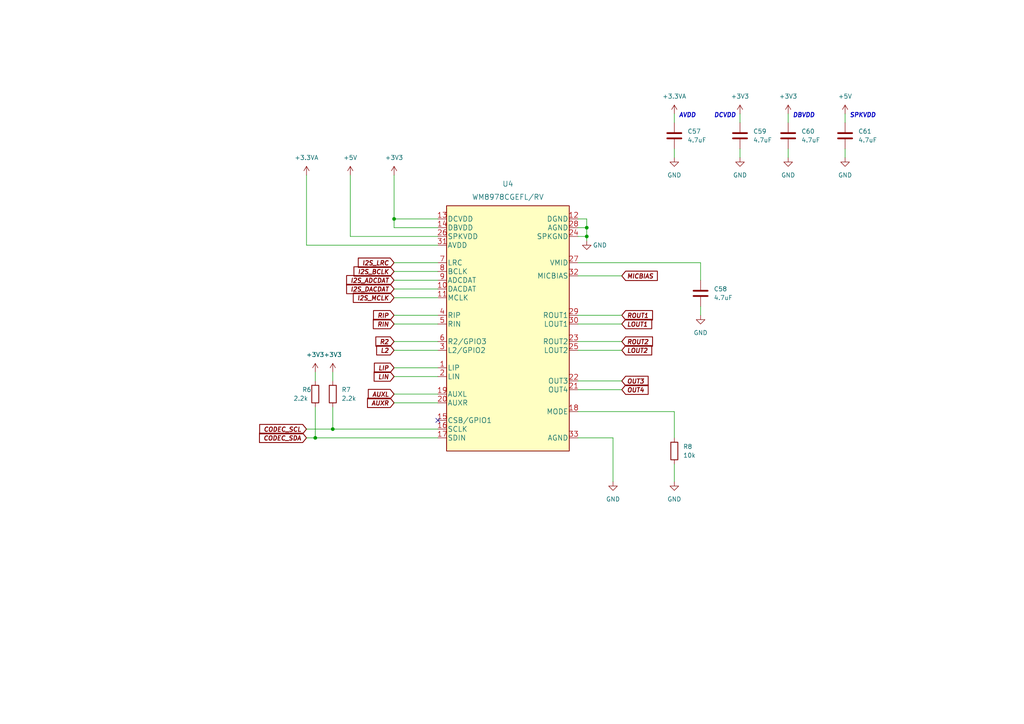
<source format=kicad_sch>
(kicad_sch (version 20211123) (generator eeschema)
  (paper "A4")
  (lib_symbols
    (symbol "MIMXRT1064 MCU Module:0402WGF1002TCE" (pin_numbers hide) (pin_names (offset 0))
      (property "Reference" "R" (at 2.032 0 90))
      (property "Value" "0402WGF1002TCE" (at 0 0 90))
      (symbol "0402WGF1002TCE_0_1"
        (rectangle (start -1.016 -2.54) (end 1.016 2.54) (stroke (width 0.254)))
      )
      (symbol "0402WGF1002TCE_1_1"
        (pin passive line (at 0 3.81 270) (length 1.27) (name "~") (number "1"))
        (pin passive line (at 0 -3.81 90) (length 1.27) (name "~") (number "2"))
      )
    )
    (symbol "MIMXRT1064 MCU Module:0402WGF2201TCE" (pin_numbers hide) (pin_names (offset 0))
      (property "Reference" "R" (at 2.032 0 90))
      (property "Value" "0402WGF2201TCE" (at 0 0 90))
      (symbol "0402WGF2201TCE_0_1"
        (rectangle (start -1.016 -2.54) (end 1.016 2.54) (stroke (width 0.254)))
      )
      (symbol "0402WGF2201TCE_1_1"
        (pin passive line (at 0 3.81 270) (length 1.27) (name "~") (number "1"))
        (pin passive line (at 0 -3.81 90) (length 1.27) (name "~") (number "2"))
      )
    )
    (symbol "MIMXRT1064 MCU Module:CL05A475MP5NRNC" (pin_numbers hide) (pin_names (offset 0.254))
      (property "Reference" "C5" (at 3.81 1.2701 0))
      (property "Value" "CL05A475MP5NRNC" (at 3.81 -1.2699 0))
      (symbol "CL05A475MP5NRNC_0_1"
        (polyline (pts (xy -2.032 -0.762) (xy 2.032 -0.762)) (stroke (width 0.508)))
        (polyline (pts (xy -2.032 0.762) (xy 2.032 0.762)) (stroke (width 0.508)))
      )
      (symbol "CL05A475MP5NRNC_1_1"
        (pin passive line (at 0 3.81 270) (length 2.794) (name "~") (number "1"))
        (pin passive line (at 0 -3.81 90) (length 2.794) (name "~") (number "2"))
      )
    )
    (symbol "MIMXRT1064 MCU Module:WM8978CGEFL{brace}slash}RV" (pin_names (offset 0.254))
      (property "Reference" "U5" (at -15.24 39.37 0))
      (property "Value" "WM8978CGEFL{brace}slash}RV" (at -6.35 36.83 0))
      (symbol "WM8978CGEFL{brace}slash}RV_1_1"
        (rectangle (start -16.51 35.56) (end 19.05 -35.56) (stroke (width 0.254)) (fill (type background)))
        (pin unspecified line (at -19.05 -11.43 0) (length 2.54) (name "LIP") (number "1"))
        (pin input line (at -19.05 11.43 0) (length 2.54) (name "DACDAT") (number "10"))
        (pin input line (at -19.05 8.89 0) (length 2.54) (name "MCLK") (number "11"))
        (pin power_in line (at 21.59 31.75 180) (length 2.54) (name "DGND") (number "12"))
        (pin power_in line (at -19.05 31.75 0) (length 2.54) (name "DCVDD") (number "13"))
        (pin power_in line (at -19.05 29.21 0) (length 2.54) (name "DBVDD") (number "14"))
        (pin bidirectional line (at -19.05 -26.67 0) (length 2.54) (name "CSB/GPIO1") (number "15"))
        (pin input line (at -19.05 -29.21 0) (length 2.54) (name "SCLK") (number "16"))
        (pin bidirectional line (at -19.05 -31.75 0) (length 2.54) (name "SDIN") (number "17"))
        (pin input line (at 21.59 -24.13 180) (length 2.54) (name "MODE") (number "18"))
        (pin unspecified line (at -19.05 -19.05 0) (length 2.54) (name "AUXL") (number "19"))
        (pin unspecified line (at -19.05 -13.97 0) (length 2.54) (name "LIN") (number "2"))
        (pin unspecified line (at -19.05 -21.59 0) (length 2.54) (name "AUXR") (number "20"))
        (pin unspecified line (at 21.59 -17.78 180) (length 2.54) (name "OUT4") (number "21"))
        (pin unspecified line (at 21.59 -15.24 180) (length 2.54) (name "OUT3") (number "22"))
        (pin unspecified line (at 21.59 -3.81 180) (length 2.54) (name "ROUT2") (number "23"))
        (pin power_in line (at 21.59 26.67 180) (length 2.54) (name "SPKGND") (number "24"))
        (pin unspecified line (at 21.59 -6.35 180) (length 2.54) (name "LOUT2") (number "25"))
        (pin power_in line (at -19.05 26.67 0) (length 2.54) (name "SPKVDD") (number "26"))
        (pin unspecified line (at 21.59 19.05 180) (length 2.54) (name "VMID") (number "27"))
        (pin power_in line (at 21.59 29.21 180) (length 2.54) (name "AGND") (number "28"))
        (pin unspecified line (at 21.59 3.81 180) (length 2.54) (name "ROUT1") (number "29"))
        (pin unspecified line (at -19.05 -6.35 0) (length 2.54) (name "L2/GPIO2") (number "3"))
        (pin unspecified line (at 21.59 1.27 180) (length 2.54) (name "LOUT1") (number "30"))
        (pin power_in line (at -19.05 24.13 0) (length 2.54) (name "AVDD") (number "31"))
        (pin unspecified line (at 21.59 15.24 180) (length 2.54) (name "MICBIAS") (number "32"))
        (pin power_in line (at 21.59 -31.75 180) (length 2.54) (name "AGND") (number "33"))
        (pin unspecified line (at -19.05 3.81 0) (length 2.54) (name "RIP") (number "4"))
        (pin unspecified line (at -19.05 1.27 0) (length 2.54) (name "RIN") (number "5"))
        (pin unspecified line (at -19.05 -3.81 0) (length 2.54) (name "R2/GPIO3") (number "6"))
        (pin bidirectional line (at -19.05 19.05 0) (length 2.54) (name "LRC") (number "7"))
        (pin bidirectional line (at -19.05 16.51 0) (length 2.54) (name "BCLK") (number "8"))
        (pin output line (at -19.05 13.97 0) (length 2.54) (name "ADCDAT") (number "9"))
      )
    )
    (symbol "power:+3.3VA" (power) (pin_names (offset 0))
      (property "Value" "+3.3VA" (at 0 3.556 0))
      (symbol "+3.3VA_0_1"
        (polyline (pts (xy -0.762 1.27) (xy 0 2.54)))
        (polyline (pts (xy 0 0) (xy 0 2.54)))
        (polyline (pts (xy 0 2.54) (xy 0.762 1.27)))
      )
      (symbol "+3.3VA_1_1"
        (pin power_in line (at 0 0 90) (length 0) hide (name "+3.3VA") (number "1"))
      )
    )
    (symbol "power:+3V3" (power) (pin_names (offset 0))
      (property "Value" "+3V3" (at 0 3.556 0))
      (symbol "+3V3_0_1"
        (polyline (pts (xy -0.762 1.27) (xy 0 2.54)))
        (polyline (pts (xy 0 0) (xy 0 2.54)))
        (polyline (pts (xy 0 2.54) (xy 0.762 1.27)))
      )
      (symbol "+3V3_1_1"
        (pin power_in line (at 0 0 90) (length 0) hide (name "+3V3") (number "1"))
      )
    )
    (symbol "power:+5V" (power) (pin_names (offset 0))
      (property "Value" "+5V" (at 0 3.556 0))
      (symbol "+5V_0_1"
        (polyline (pts (xy -0.762 1.27) (xy 0 2.54)))
        (polyline (pts (xy 0 0) (xy 0 2.54)))
        (polyline (pts (xy 0 2.54) (xy 0.762 1.27)))
      )
      (symbol "+5V_1_1"
        (pin power_in line (at 0 0 90) (length 0) hide (name "+5V") (number "1"))
      )
    )
    (symbol "power:GND" (power) (pin_names (offset 0))
      (property "Value" "GND" (at 0 -3.81 0))
      (symbol "GND_0_1"
        (polyline (pts (xy 0 0) (xy 0 -1.27) (xy 1.27 -1.27) (xy 0 -2.54) (xy -1.27 -1.27) (xy 0 -1.27)))
      )
      (symbol "GND_1_1"
        (pin power_in line (at 0 0 270) (length 0) hide (name "GND") (number "1"))
      )
    )
  )
  (junction (at 96.52 124.46))
  (junction (at 114.3 63.5))
  (junction (at 170.18 66.04))
  (junction (at 170.18 68.58))
  (junction (at 91.44 127))
  (no_connect (at 127 121.92))
  (wire (pts (xy 114.3 116.84) (xy 127 116.84)))
  (wire (pts (xy 195.58 134.62) (xy 195.58 139.7)))
  (wire (pts (xy 170.18 63.5) (xy 170.18 66.04)))
  (wire (pts (xy 228.6 43.18) (xy 228.6 45.72)))
  (wire (pts (xy 114.3 50.8) (xy 114.3 63.5)))
  (wire (pts (xy 167.64 63.5) (xy 170.18 63.5)))
  (wire (pts (xy 167.64 66.04) (xy 170.18 66.04)))
  (wire (pts (xy 88.9 50.8) (xy 88.9 71.12)))
  (wire (pts (xy 88.9 127) (xy 91.44 127)))
  (wire (pts (xy 245.11 43.18) (xy 245.11 45.72)))
  (wire (pts (xy 167.64 91.44) (xy 180.34 91.44)))
  (wire (pts (xy 203.2 88.9) (xy 203.2 91.44)))
  (wire (pts (xy 91.44 127) (xy 127 127)))
  (wire (pts (xy 114.3 91.44) (xy 127 91.44)))
  (wire (pts (xy 167.64 127) (xy 177.8 127)))
  (wire (pts (xy 88.9 124.46) (xy 96.52 124.46)))
  (wire (pts (xy 114.3 66.04) (xy 114.3 63.5)))
  (wire (pts (xy 127 66.04) (xy 114.3 66.04)))
  (wire (pts (xy 167.64 113.03) (xy 180.34 113.03)))
  (wire (pts (xy 114.3 83.82) (xy 127 83.82)))
  (wire (pts (xy 228.6 33.02) (xy 228.6 35.56)))
  (wire (pts (xy 127 63.5) (xy 114.3 63.5)))
  (wire (pts (xy 167.64 68.58) (xy 170.18 68.58)))
  (wire (pts (xy 114.3 93.98) (xy 127 93.98)))
  (wire (pts (xy 170.18 68.58) (xy 170.18 69.85)))
  (wire (pts (xy 114.3 114.3) (xy 127 114.3)))
  (wire (pts (xy 167.64 80.01) (xy 180.34 80.01)))
  (wire (pts (xy 101.6 50.8) (xy 101.6 68.58)))
  (wire (pts (xy 114.3 86.36) (xy 127 86.36)))
  (wire (pts (xy 91.44 107.95) (xy 91.44 110.49)))
  (wire (pts (xy 170.18 66.04) (xy 170.18 68.58)))
  (wire (pts (xy 177.8 127) (xy 177.8 139.7)))
  (wire (pts (xy 167.64 76.2) (xy 203.2 76.2)))
  (wire (pts (xy 127 71.12) (xy 88.9 71.12)))
  (wire (pts (xy 91.44 118.11) (xy 91.44 127)))
  (wire (pts (xy 96.52 118.11) (xy 96.52 124.46)))
  (wire (pts (xy 167.64 110.49) (xy 180.34 110.49)))
  (wire (pts (xy 114.3 101.6) (xy 127 101.6)))
  (wire (pts (xy 96.52 124.46) (xy 127 124.46)))
  (wire (pts (xy 96.52 107.95) (xy 96.52 110.49)))
  (wire (pts (xy 167.64 93.98) (xy 180.34 93.98)))
  (wire (pts (xy 214.63 33.02) (xy 214.63 35.56)))
  (wire (pts (xy 203.2 76.2) (xy 203.2 81.28)))
  (wire (pts (xy 195.58 119.38) (xy 195.58 127)))
  (wire (pts (xy 114.3 106.68) (xy 127 106.68)))
  (wire (pts (xy 114.3 81.28) (xy 127 81.28)))
  (wire (pts (xy 167.64 119.38) (xy 195.58 119.38)))
  (wire (pts (xy 214.63 43.18) (xy 214.63 45.72)))
  (wire (pts (xy 167.64 99.06) (xy 180.34 99.06)))
  (wire (pts (xy 114.3 109.22) (xy 127 109.22)))
  (wire (pts (xy 114.3 99.06) (xy 127 99.06)))
  (wire (pts (xy 127 68.58) (xy 101.6 68.58)))
  (wire (pts (xy 114.3 78.74) (xy 127 78.74)))
  (wire (pts (xy 195.58 33.02) (xy 195.58 35.56)))
  (wire (pts (xy 167.64 101.6) (xy 180.34 101.6)))
  (wire (pts (xy 114.3 76.2) (xy 127 76.2)))
  (wire (pts (xy 245.11 33.02) (xy 245.11 35.56)))
  (wire (pts (xy 195.58 43.18) (xy 195.58 45.72)))
  (text "SPKVDD" (at 246.38 34.29 0) (effects (font (size 1.27 1.27) bold italic) (justify left bottom)))
  (text "AVDD" (at 196.85 34.29 0) (effects (font (size 1.27 1.27) bold italic) (justify left bottom)))
  (text "DCVDD" (at 207.01 34.29 0) (effects (font (size 1.27 1.27) bold italic) (justify left bottom)))
  (text "DBVDD" (at 229.87 34.29 0) (effects (font (size 1.27 1.27) bold italic) (justify left bottom)))
  (global_label "ROUT2" (shape input) (at 180.34 99.06 0) (effects (font bold italic)) (property "Intersheet References" "${INTERSHEET_REFS}" (effects hide)))
  (global_label "R2" (shape input) (at 114.3 99.06 180) (effects (font bold italic)) (property "Intersheet References" "${INTERSHEET_REFS}" (effects hide)))
  (global_label "RIP" (shape input) (at 114.3 91.44 180) (effects (font bold italic)) (property "Intersheet References" "${INTERSHEET_REFS}" (effects hide)))
  (global_label "I2S_DACDAT" (shape input) (at 114.3 83.82 180) (effects (font bold italic)) (property "Intersheet References" "${INTERSHEET_REFS}" (effects hide)))
  (global_label "I2S_MCLK" (shape input) (at 114.3 86.36 180) (effects (font bold italic)) (property "Intersheet References" "${INTERSHEET_REFS}" (effects hide)))
  (global_label "CODEC_SDA" (shape input) (at 88.9 127 180) (effects (font bold italic)) (property "Intersheet References" "${INTERSHEET_REFS}" (effects hide)))
  (global_label "AUXL" (shape input) (at 114.3 114.3 180) (effects (font bold italic)) (property "Intersheet References" "${INTERSHEET_REFS}" (effects hide)))
  (global_label "I2S_ADCDAT" (shape input) (at 114.3 81.28 180) (effects (font bold italic)) (property "Intersheet References" "${INTERSHEET_REFS}" (effects hide)))
  (global_label "LOUT1" (shape input) (at 180.34 93.98 0) (effects (font bold italic)) (property "Intersheet References" "${INTERSHEET_REFS}" (effects hide)))
  (global_label "LIN" (shape input) (at 114.3 109.22 180) (effects (font bold italic)) (property "Intersheet References" "${INTERSHEET_REFS}" (effects hide)))
  (global_label "I2S_LRC" (shape input) (at 114.3 76.2 180) (effects (font bold italic)) (property "Intersheet References" "${INTERSHEET_REFS}" (effects hide)))
  (global_label "LOUT2" (shape input) (at 180.34 101.6 0) (effects (font bold italic)) (property "Intersheet References" "${INTERSHEET_REFS}" (effects hide)))
  (global_label "I2S_BCLK" (shape input) (at 114.3 78.74 180) (effects (font bold italic)) (property "Intersheet References" "${INTERSHEET_REFS}" (effects hide)))
  (global_label "ROUT1" (shape input) (at 180.34 91.44 0) (effects (font bold italic)) (property "Intersheet References" "${INTERSHEET_REFS}" (effects hide)))
  (global_label "MICBIAS" (shape input) (at 180.34 80.01 0) (effects (font bold italic)) (property "Intersheet References" "${INTERSHEET_REFS}" (effects hide)))
  (global_label "AUXR" (shape input) (at 114.3 116.84 180) (effects (font bold italic)) (property "Intersheet References" "${INTERSHEET_REFS}" (effects hide)))
  (global_label "L2" (shape input) (at 114.3 101.6 180) (effects (font bold italic)) (property "Intersheet References" "${INTERSHEET_REFS}" (effects hide)))
  (global_label "CODEC_SCL" (shape input) (at 88.9 124.46 180) (effects (font bold italic)) (property "Intersheet References" "${INTERSHEET_REFS}" (effects hide)))
  (global_label "OUT4" (shape input) (at 180.34 113.03 0) (effects (font bold italic)) (property "Intersheet References" "${INTERSHEET_REFS}" (effects hide)))
  (global_label "LIP" (shape input) (at 114.3 106.68 180) (effects (font bold italic)) (property "Intersheet References" "${INTERSHEET_REFS}" (effects hide)))
  (global_label "RIN" (shape input) (at 114.3 93.98 180) (effects (font bold italic)) (property "Intersheet References" "${INTERSHEET_REFS}" (effects hide)))
  (global_label "OUT3" (shape input) (at 180.34 110.49 0) (effects (font bold italic)) (property "Intersheet References" "${INTERSHEET_REFS}" (effects hide)))
  (symbol (lib_id "power:+3V3") (at 214.63 33.02 0) (unit 1)
    (property "Reference" "#PWR058" (effects hide))
    (property "Value" "+3V3" (at 214.63 27.94 0))
  )
  (symbol (lib_id "power:GND") (at 177.8 139.7 0) (unit 1)
    (property "Reference" "#PWR053" (effects hide))
    (property "Value" "GND" (at 177.8 144.78 0))
  )
  (symbol (lib_id "MIMXRT1064 MCU Module:CL05A475MP5NRNC") (at 203.2 85.09 0) (unit 1)
    (property "Reference" "C58" (at 207.01 83.8199 0) (effects (justify left)))
    (property "Value" "4.7uF" (at 207.01 86.3599 0) (effects (justify left)))
    (property "Footprint" "MIMXRT1064 MCU Module:0402_CL05A475MP5NRNC" (effects hide))
  )
  (symbol (lib_id "power:GND") (at 203.2 91.44 0) (unit 1)
    (property "Reference" "#PWR057" (effects hide))
    (property "Value" "GND" (at 203.2 96.52 0))
  )
  (symbol (lib_id "power:+3V3") (at 114.3 50.8 0) (unit 1)
    (property "Reference" "#PWR051" (effects hide))
    (property "Value" "+3V3" (at 114.3 45.72 0))
  )
  (symbol (lib_id "power:+5V") (at 101.6 50.8 0) (unit 1)
    (property "Reference" "#PWR050" (effects hide))
    (property "Value" "+5V" (at 101.6 45.72 0))
  )
  (symbol (lib_id "power:GND") (at 195.58 139.7 0) (unit 1)
    (property "Reference" "#PWR056" (effects hide))
    (property "Value" "GND" (at 195.58 144.78 0))
  )
  (symbol (lib_id "MIMXRT1064 MCU Module:CL05A475MP5NRNC") (at 228.6 39.37 0) (unit 1)
    (property "Reference" "C60" (at 232.41 38.0999 0) (effects (justify left)))
    (property "Value" "4.7uF" (at 232.41 40.6399 0) (effects (justify left)))
    (property "Footprint" "MIMXRT1064 MCU Module:0402_CL05A475MP5NRNC" (effects hide))
  )
  (symbol (lib_id "power:GND") (at 170.18 69.85 0) (unit 1)
    (property "Reference" "#PWR052" (effects hide))
    (property "Value" "GND" (at 173.99 71.12 0))
  )
  (symbol (lib_id "power:+3V3") (at 91.44 107.95 0) (unit 1)
    (property "Reference" "#PWR048" (effects hide))
    (property "Value" "+3V3" (at 91.44 102.87 0))
  )
  (symbol (lib_id "power:GND") (at 228.6 45.72 0) (unit 1)
    (property "Reference" "#PWR061" (effects hide))
    (property "Value" "GND" (at 228.6 50.8 0))
  )
  (symbol (lib_id "power:+5V") (at 245.11 33.02 0) (unit 1)
    (property "Reference" "#PWR062" (effects hide))
    (property "Value" "+5V" (at 245.11 27.94 0))
  )
  (symbol (lib_id "MIMXRT1064 MCU Module:0402WGF2201TCE") (at 96.52 114.3 0) (unit 1)
    (property "Reference" "R7" (at 99.06 113.0299 0) (effects (justify left)))
    (property "Value" "2.2k" (at 99.06 115.5699 0) (effects (justify left)))
    (property "Footprint" "MIMXRT1064 MCU Module:0402WGF2201TCE" (effects hide))
  )
  (symbol (lib_id "power:+3.3VA") (at 88.9 50.8 0) (unit 1)
    (property "Reference" "#PWR047" (effects hide))
    (property "Value" "+3.3VA" (at 88.9 45.72 0))
  )
  (symbol (lib_id "MIMXRT1064 MCU Module:CL05A475MP5NRNC") (at 214.63 39.37 0) (unit 1)
    (property "Reference" "C59" (at 218.44 38.0999 0) (effects (justify left)))
    (property "Value" "4.7uF" (at 218.44 40.6399 0) (effects (justify left)))
    (property "Footprint" "MIMXRT1064 MCU Module:0402_CL05A475MP5NRNC" (effects hide))
  )
  (symbol (lib_id "power:GND") (at 214.63 45.72 0) (unit 1)
    (property "Reference" "#PWR059" (effects hide))
    (property "Value" "GND" (at 214.63 50.8 0))
  )
  (symbol (lib_id "power:GND") (at 195.58 45.72 0) (unit 1)
    (property "Reference" "#PWR055" (effects hide))
    (property "Value" "GND" (at 195.58 50.8 0))
  )
  (symbol (lib_id "MIMXRT1064 MCU Module:WM8978CGEFL{brace}slash}RV") (at 146.05 95.25 0) (unit 1)
    (property "Reference" "U4" (at 147.32 53.34 0) (effects (font (size 1.524 1.524))))
    (property "Value" "WM8978CGEFL{slash}RV" (at 147.32 57.15 0) (effects (font (size 1.524 1.524))))
    (property "Footprint" "MIMXRT1064 MCU Module:WM8978CGEFL_RV_WQFN-32" (effects hide))
  )
  (symbol (lib_id "MIMXRT1064 MCU Module:CL05A475MP5NRNC") (at 195.58 39.37 0) (unit 1)
    (property "Reference" "C57" (at 199.39 38.0999 0) (effects (justify left)))
    (property "Value" "4.7uF" (at 199.39 40.6399 0) (effects (justify left)))
    (property "Footprint" "MIMXRT1064 MCU Module:0402_CL05A475MP5NRNC" (effects hide))
  )
  (symbol (lib_id "MIMXRT1064 MCU Module:0402WGF1002TCE") (at 195.58 130.81 0) (unit 1)
    (property "Reference" "R8" (at 198.12 129.5399 0) (effects (justify left)))
    (property "Value" "10k" (at 198.12 132.0799 0) (effects (justify left)))
    (property "Footprint" "MIMXRT1064 MCU Module:0402WGF1002TCE" (effects hide))
  )
  (symbol (lib_id "power:+3.3VA") (at 195.58 33.02 0) (unit 1)
    (property "Reference" "#PWR054" (effects hide))
    (property "Value" "+3.3VA" (at 195.58 27.94 0))
  )
  (symbol (lib_id "power:+3V3") (at 96.52 107.95 0) (unit 1)
    (property "Reference" "#PWR049" (effects hide))
    (property "Value" "+3V3" (at 96.52 102.87 0))
  )
  (symbol (lib_id "power:+3V3") (at 228.6 33.02 0) (unit 1)
    (property "Reference" "#PWR060" (effects hide))
    (property "Value" "+3V3" (at 228.6 27.94 0))
  )
  (symbol (lib_id "MIMXRT1064 MCU Module:CL05A475MP5NRNC") (at 245.11 39.37 0) (unit 1)
    (property "Reference" "C61" (at 248.92 38.0999 0) (effects (justify left)))
    (property "Value" "4.7uF" (at 248.92 40.6399 0) (effects (justify left)))
    (property "Footprint" "MIMXRT1064 MCU Module:0402_CL05A475MP5NRNC" (effects hide))
  )
  (symbol (lib_id "MIMXRT1064 MCU Module:0402WGF2201TCE") (at 91.44 114.3 0) (unit 1)
    (property "Reference" "R6" (at 87.63 113.03 0) (effects (justify left)))
    (property "Value" "2.2k" (at 85.09 115.57 0) (effects (justify left)))
    (property "Footprint" "MIMXRT1064 MCU Module:0402WGF2201TCE" (effects hide))
  )
  (symbol (lib_id "power:GND") (at 245.11 45.72 0) (unit 1)
    (property "Reference" "#PWR063" (effects hide))
    (property "Value" "GND" (at 245.11 50.8 0))
  )
)
</source>
